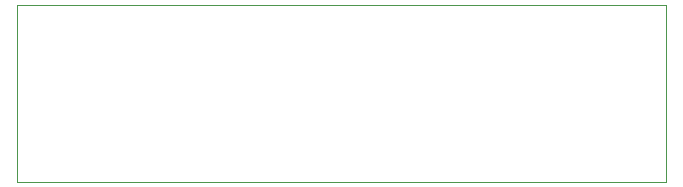
<source format=gm1>
%TF.GenerationSoftware,KiCad,Pcbnew,(6.0.4)*%
%TF.CreationDate,2022-06-19T16:10:13+03:00*%
%TF.ProjectId,Main_PCB_001,4d61696e-5f50-4434-925f-3030312e6b69,rev?*%
%TF.SameCoordinates,Original*%
%TF.FileFunction,Profile,NP*%
%FSLAX46Y46*%
G04 Gerber Fmt 4.6, Leading zero omitted, Abs format (unit mm)*
G04 Created by KiCad (PCBNEW (6.0.4)) date 2022-06-19 16:10:13*
%MOMM*%
%LPD*%
G01*
G04 APERTURE LIST*
%TA.AperFunction,Profile*%
%ADD10C,0.100000*%
%TD*%
G04 APERTURE END LIST*
D10*
X100008000Y-114046000D02*
X155008000Y-114046000D01*
X155008000Y-114046000D02*
X155008000Y-99060000D01*
X100008000Y-99060000D02*
X155008000Y-99060000D01*
X100008000Y-99060000D02*
X100008000Y-114046000D01*
M02*

</source>
